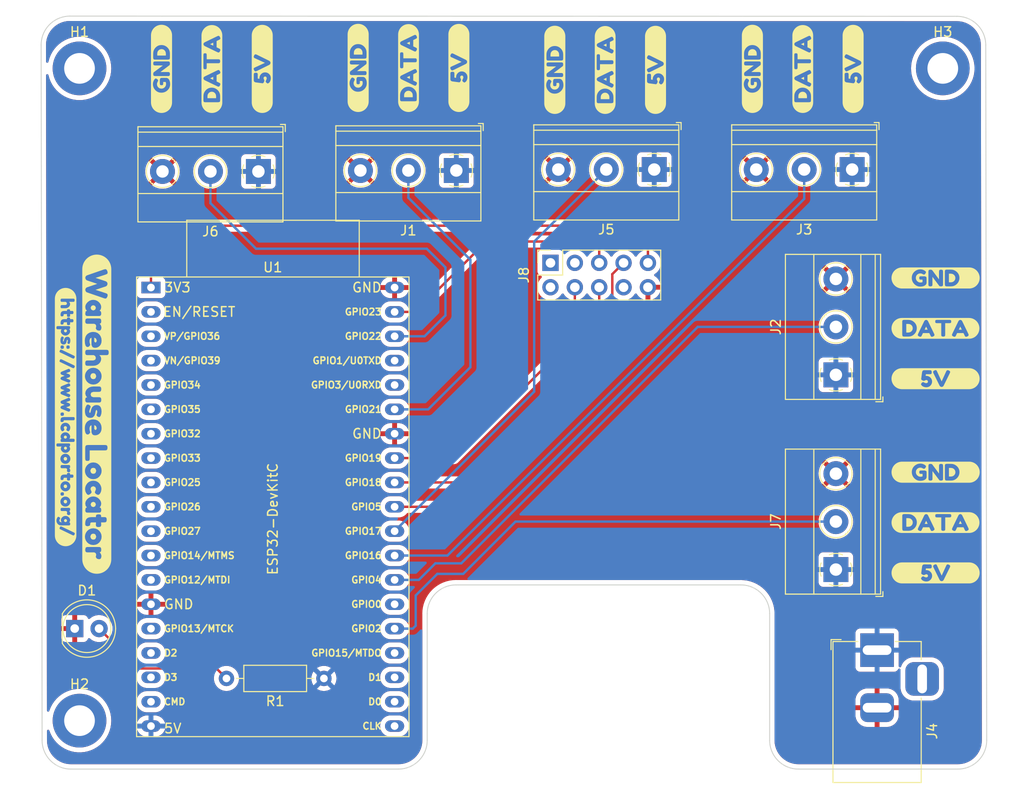
<source format=kicad_pcb>
(kicad_pcb (version 20211014) (generator pcbnew)
  (layers (0 "F.Cu" signal) (31 "B.Cu" signal) (34 "B.Paste" user) (35 "F.Paste" user) (36 "B.SilkS" user "B.Silkscreen") (37 "F.SilkS" user "F.Silkscreen") (38 "B.Mask" user) (39 "F.Mask" user) (44 "Edge.Cuts" user))
  (net 0 "")
  (net 1 "+5V")
  (net 2 "/LED0")
  (net 3 "GND")
  (net 4 "/LED2")
  (net 5 "/LED4")
  (net 6 "/LED1")
  (net 7 "/LED3")
  (net 8 "/LED5")
  (net 36 "/CIPO")
  (net 37 "/COPI")
  (net 38 "/SCLK")
  (net 39 "/ETH_CS")
  (net 40 "+3.3V")
  (net 41 "Net-(D1-Pad2)")
  (footprint "Espressif:ESP32-DevKitC" (layer "F.Cu") (at 119.5 64.09656)
    (fp_text reference "U1" (at 12.7 -2.1) (layer "F.SilkS"))
    (fp_text value "ESP32-DevKitC" (at 12.7 24.13 90) (layer "F.SilkS"))
    (fp_text user "GPIO19" (at 24.13 17.78 unlocked) (layer "F.SilkS") (effects (font (size 0.7 0.7)) (justify right)))
    (fp_text user "GPIO2" (at 24.13 35.56 unlocked) (layer "F.SilkS") (effects (font (size 0.7 0.7)) (justify right)))
    (fp_text user "GPIO17" (at 24.13 25.4 unlocked) (layer "F.SilkS") (effects (font (size 0.7 0.7)) (justify right)))
    (fp_text user "GPIO21" (at 24.13 12.7 unlocked) (layer "F.SilkS") (effects (font (size 0.7 0.7)) (justify right)))
    (fp_text user "GPIO25" (at 1.27 20.32 unlocked) (layer "F.SilkS") (effects (font (size 0.7 0.7)) (justify left)))
    (fp_text user "D1" (at 24.13 40.64 unlocked) (layer "F.SilkS") (effects (font (size 0.7 0.7)) (justify right)))
    (fp_text user "GPIO1/U0TXD" (at 24.13 7.62 unlocked) (layer "F.SilkS") (effects (font (size 0.7 0.7)) (justify right)))
    (fp_text user "GND" (at 24.13 15.24 unlocked) (layer "F.SilkS") (effects (justify right)))
    (fp_text user "VN/GPIO39" (at 1.27 7.62 unlocked) (layer "F.SilkS") (effects (font (size 0.7 0.7)) (justify left)))
    (fp_text user "GPIO3/U0RXD" (at 24.13 10.16 unlocked) (layer "F.SilkS") (effects (font (size 0.7 0.7)) (justify right)))
    (fp_text user "GND" (at 1.27 33.02 unlocked) (layer "F.SilkS") (effects (justify left)))
    (fp_text user "GND" (at 24.13 0 unlocked) (layer "F.SilkS") (effects (justify right)))
    (fp_text user "CLK" (at 24.13 45.72 unlocked) (layer "F.SilkS") (effects (font (size 0.7 0.7)) (justify right)))
    (fp_text user "GPIO34" (at 1.27 10.16 unlocked) (layer "F.SilkS") (effects (font (size 0.7 0.7)) (justify left)))
    (fp_text user "GPIO14/MTMS" (at 1.27 27.94 unlocked) (layer "F.SilkS") (effects (font (size 0.7 0.7)) (justify left)))
    (fp_text user "EN/RESET" (at 8.88632 2.53728 unlocked) (layer "F.SilkS") (effects (justify right)))
    (fp_text user "GPIO16" (at 24.13 27.94 unlocked) (layer "F.SilkS") (effects (font (size 0.7 0.7)) (justify right)))
    (fp_text user "GPIO15/MTDO" (at 24.13 38.1 unlocked) (layer "F.SilkS") (effects (font (size 0.7 0.7)) (justify right)))
    (fp_text user "GPIO0" (at 24.13 33.02 unlocked) (layer "F.SilkS") (effects (font (size 0.7 0.7)) (justify right)))
    (fp_text user "D0" (at 24.13 43.18 unlocked) (layer "F.SilkS") (effects (font (size 0.7 0.7)) (justify right)))
    (fp_text user "5V" (at 1.26632 45.97128 unlocked) (layer "F.SilkS") (effects (justify left)))
    (fp_text user "GPIO13/MTCK" (at 1.27 35.56 unlocked) (layer "F.SilkS") (effects (font (size 0.7 0.7)) (justify left)))
    (fp_text user "GPIO26" (at 1.27 22.86 unlocked) (layer "F.SilkS") (effects (font (size 0.7 0.7)) (justify left)))
    (fp_text user "GPIO35" (at 1.27 12.7 unlocked) (layer "F.SilkS") (effects (font (size 0.7 0.7)) (justify left)))
    (fp_text user "GPIO27" (at 1.27 25.4 unlocked) (layer "F.SilkS") (effects (font (size 0.7 0.7)) (justify left)))
    (fp_text user "GPIO12/MTDI" (at 1.27 30.48 unlocked) (layer "F.SilkS") (effects (font (size 0.7 0.7)) (justify left)))
    (fp_text user "GPIO32" (at 1.27 15.24 unlocked) (layer "F.SilkS") (effects (font (size 0.7 0.7)) (justify left)))
    (fp_text user "GPIO33" (at 1.27 17.78 unlocked) (layer "F.SilkS") (effects (font (size 0.7 0.7)) (justify left)))
    (fp_text user "GPIO22" (at 24.13 5.08 unlocked) (layer "F.SilkS") (effects (font (size 0.7 0.7)) (justify right)))
    (fp_text user "GPIO4" (at 24.13 30.48 unlocked) (layer "F.SilkS") (effects (font (size 0.7 0.7)) (justify right)))
    (fp_text user "D3" (at 1.27 40.64 unlocked) (layer "F.SilkS") (effects (font (size 0.7 0.7)) (justify left)))
    (fp_text user "GPIO5" (at 24.13 22.86 unlocked) (layer "F.SilkS") (effects (font (size 0.7 0.7)) (justify right)))
    (fp_text user "CMD" (at 1.27 43.18 unlocked) (layer "F.SilkS") (effects (font (size 0.7 0.7)) (justify left)))
    (fp_text user "3V3" (at 1.27 0 unlocked) (layer "F.SilkS") (effects (justify left)))
    (fp_text user "D2" (at 1.27 38.1 unlocked) (layer "F.SilkS") (effects (font (size 0.7 0.7)) (justify left)))
    (fp_text user "VP/GPIO36" (at 1.27 5.08 unlocked) (layer "F.SilkS") (effects (font (size 0.7 0.7)) (justify left)))
    (fp_text user "GPIO18" (at 24.13 20.32 unlocked) (layer "F.SilkS") (effects (font (size 0.7 0.7)) (justify right)))
    (fp_text user "GPIO23" (at 24.13 2.54 unlocked) (layer "F.SilkS") (effects (font (size 0.7 0.7)) (justify right)))
    (pad "1" thru_hole rect (at 0 0 270) (size 1.2 2) (drill 0.8) (layers *.Cu *.Mask) (net 40 "+3.3V"))
    (pad "2" thru_hole oval (at 0 2.54 270) (size 1.2 2) (drill 0.8) (layers *.Cu *.Mask))
    (pad "3" thru_hole oval (at 0 5.08 270) (size 1.2 2) (drill 0.8) (layers *.Cu *.Mask))
    (pad "4" thru_hole oval (at 0 7.62 270) (size 1.2 2) (drill 0.8) (layers *.Cu *.Mask))
    (pad "5" thru_hole oval (at 0 10.16 270) (size 1.2 2) (drill 0.8) (layers *.Cu *.Mask))
    (pad "6" thru_hole oval (at 0 12.7 270) (size 1.2 2) (drill 0.8) (layers *.Cu *.Mask))
    (pad "7" thru_hole oval (at 0 15.24 270) (size 1.2 2) (drill 0.8) (layers *.Cu *.Mask))
    (pad "8" thru_hole oval (at 0 17.78 270) (size 1.2 2) (drill 0.8) (layers *.Cu *.Mask))
    (pad "9" thru_hole oval (at 0 20.32 270) (size 1.2 2) (drill 0.8) (layers *.Cu *.Mask))
    (pad "10" thru_hole oval (at 0 22.86 270) (size 1.2 2) (drill 0.8) (layers *.Cu *.Mask))
    (pad "11" thru_hole oval (at 0 25.4 270) (size 1.2 2) (drill 0.8) (layers *.Cu *.Mask))
    (pad "12" thru_hole oval (at 0 27.94 270) (size 1.2 2) (drill 0.8) (layers *.Cu *.Mask))
    (pad "13" thru_hole oval (at 0 30.48 270) (size 1.2 2) (drill 0.8) (layers *.Cu *.Mask))
    (pad "14" thru_hole oval (at 0 33.02 270) (size 1.2 2) (drill 0.8) (layers *.Cu *.Mask) (net 3 "GND"))
    (pad "15" thru_hole oval (at 0 35.56 270) (size 1.2 2) (drill 0.8) (layers *.Cu *.Mask))
    (pad "16" thru_hole oval (at 0 38.1 270) (size 1.2 2) (drill 0.8) (layers *.Cu *.Mask))
    (pad "17" thru_hole oval (at 0 40.64 270) (size 1.2 2) (drill 0.8) (layers *.Cu *.Mask))
    (pad "18" thru_hole oval (at 0 43.18 270) (size 1.2 2) (drill 0.8) (layers *.Cu *.Mask))
    (pad "19" thru_hole oval (at 0 45.72 270) (size 1.2 2) (drill 0.8) (layers *.Cu *.Mask) (net 1 "+5V"))
    (pad "20" thru_hole oval (at 25.39632 45.71728 270) (size 1.2 2) (drill 0.8) (layers *.Cu *.Mask))
    (pad "21" thru_hole oval (at 25.39632 43.17728 270) (size 1.2 2) (drill 0.8) (layers *.Cu *.Mask))
    (pad "22" thru_hole oval (at 25.4 40.64 270) (size 1.2 2) (drill 0.8) (layers *.Cu *.Mask))
    (pad "23" thru_hole oval (at 25.4 38.1 270) (size 1.2 2) (drill 0.8) (layers *.Cu *.Mask))
    (pad "24" thru_hole oval (at 25.4 35.56 270) (size 1.2 2) (drill 0.8) (layers *.Cu *.Mask) (net 8 "/LED5"))
    (pad "25" thru_hole oval (at 25.4 33.02 270) (size 1.2 2) (drill 0.8) (layers *.Cu *.Mask))
    (pad "26" thru_hole oval (at 25.4 30.48 270) (size 1.2 2) (drill 0.8) (layers *.Cu *.Mask) (net 4 "/LED2"))
    (pad "27" thru_hole oval (at 25.4 27.94 270) (size 1.2 2) (drill 0.8) (layers *.Cu *.Mask) (net 5 "/LED4"))
    (pad "28" thru_hole oval (at 25.4 25.4 270) (size 1.2 2) (drill 0.8) (layers *.Cu *.Mask) (net 6 "/LED1"))
    (pad "29" thru_hole oval (at 25.4 22.86 270) (size 1.2 2) (drill 0.8) (layers *.Cu *.Mask) (net 39 "/ETH_CS"))
    (pad "30" thru_hole oval (at 25.4 20.32 270) (size 1.2 2) (drill 0.8) (layers *.Cu *.Mask) (net 38 "/SCLK"))
    (pad "31" thru_hole oval (at 25.4 17.78 270) (size 1.2 2) (drill 0.8) (layers *.Cu *.Mask) (net 36 "/CIPO"))
    (pad "32" thru_hole oval (at 25.4 15.24 270) (size 1.2 2) (drill 0.8) (layers *.Cu *.Mask) (net 3 "GND"))
    (pad "33" thru_hole oval (at 25.4 12.7 270) (size 1.2 2) (drill 0.8) (layers *.Cu *.Mask) (net 2 "/LED0"))
    (pad "34" thru_hole oval (at 25.4 10.16 270) (size 1.2 2) (drill 0.8) (layers *.Cu *.Mask))
    (pad "35" thru_hole oval (at 25.4 7.62 270) (size 1.2 2) (drill 0.8) (layers *.Cu *.Mask))
    (pad "36" thru_hole oval (at 25.4 5.08 270) (size 1.2 2) (drill 0.8) (layers *.Cu *.Mask) (net 7 "/LED3"))
    (pad "37" thru_hole oval (at 25.4 2.54 270) (size 1.2 2) (drill 0.8) (layers *.Cu *.Mask) (net 37 "/COPI"))
    (pad "38" thru_hole oval (at 25.4 0 270) (size 1.2 2) (drill 0.8) (layers *.Cu *.Mask) (net 3 "GND"))
  )
  (footprint "kibuzzard-63B4CA19" (layer "F.Cu") (at 120.6 41.3 90)
    (fp_text reference "kibuzzard-63B4CA19" hide)
    (fp_text value "G***" hide)
  )
  (footprint "kibuzzard-63B4CA0E" (layer "F.Cu") (at 151.6 41.203572 90)
    (fp_text reference "kibuzzard-63B4CA0E" hide)
    (fp_text value "G***" hide)
  )
  (footprint "MountingHole:MountingHole_3.2mm_M3_DIN965_Pad" (layer "F.Cu") (at 112.05 109.25)
    (fp_text reference "H2" (at 0 -3.8) (layer "F.SilkS"))
    (fp_text value "MountingHole")
    (pad "1" thru_hole circle (at 0 0) (size 5.6 5.6) (drill 3.2) (layers *.Cu *.Mask))
  )
  (footprint "TerminalBlock_Phoenix:TerminalBlock_Phoenix_MKDS-1,5-3_1x03_P5.00mm_Horizontal" (layer "F.Cu") (at 130.7 51.995 180)
    (fp_text reference "J6" (at 5 -6.26) (layer "F.SilkS"))
    (fp_text value "Screw_Terminal_01x03")
    (pad "1" thru_hole rect (at 0 0 180) (size 2.6 2.6) (drill 1.3) (layers *.Cu *.Mask) (net 1 "+5V"))
    (pad "2" thru_hole circle (at 5 0 180) (size 2.6 2.6) (drill 1.3) (layers *.Cu *.Mask) (net 7 "/LED3"))
    (pad "3" thru_hole circle (at 10 0 180) (size 2.6 2.6) (drill 1.3) (layers *.Cu *.Mask) (net 3 "GND"))
  )
  (footprint "TerminalBlock_Phoenix:TerminalBlock_Phoenix_MKDS-1,5-3_1x03_P5.00mm_Horizontal" (layer "F.Cu") (at 190.905 73.2 90)
    (fp_text reference "J2" (at 5 -6.26 90) (layer "F.SilkS"))
    (fp_text value "Screw_Terminal_01x03")
    (pad "1" thru_hole rect (at 0 0 90) (size 2.6 2.6) (drill 1.3) (layers *.Cu *.Mask) (net 1 "+5V"))
    (pad "2" thru_hole circle (at 5 0 90) (size 2.6 2.6) (drill 1.3) (layers *.Cu *.Mask) (net 4 "/LED2"))
    (pad "3" thru_hole circle (at 10 0 90) (size 2.6 2.6) (drill 1.3) (layers *.Cu *.Mask) (net 3 "GND"))
  )
  (footprint "MountingHole:MountingHole_3.2mm_M3_DIN965_Pad" (layer "F.Cu") (at 112.05 41.25)
    (fp_text reference "H1" (at 0 -3.8) (layer "F.SilkS"))
    (fp_text value "MountingHole")
    (pad "1" thru_hole circle (at 0 0) (size 5.6 5.6) (drill 3.2) (layers *.Cu *.Mask))
  )
  (footprint "Resistor_THT:R_Axial_DIN0207_L6.3mm_D2.5mm_P10.16mm_Horizontal" (layer "F.Cu") (at 137.53 104.85 180)
    (fp_text reference "R1" (at 5.08 -2.37) (layer "F.SilkS"))
    (fp_text value "220")
    (pad "1" thru_hole circle (at 0 0 180) (size 1.6 1.6) (drill 0.8) (layers *.Cu *.Mask) (net 1 "+5V"))
    (pad "2" thru_hole oval (at 10.16 0 180) (size 1.6 1.6) (drill 0.8) (layers *.Cu *.Mask) (net 41 "Net-(D1-Pad2)"))
  )
  (footprint "Connector_PinSocket_2.54mm:PinSocket_2x05_P2.54mm_Vertical" (layer "F.Cu") (at 161.15 61.526 90)
    (fp_text reference "J8" (at -1.27 -2.77 90) (layer "F.SilkS"))
    (fp_text value "Ethernet")
    (pad "1" thru_hole rect (at 0 0 90) (size 1.7 1.7) (drill 1) (layers *.Cu *.Mask))
    (pad "2" thru_hole oval (at -2.54 0 90) (size 1.7 1.7) (drill 1) (layers *.Cu *.Mask))
    (pad "3" thru_hole oval (at 0 2.54 90) (size 1.7 1.7) (drill 1) (layers *.Cu *.Mask))
    (pad "4" thru_hole oval (at -2.54 2.54 90) (size 1.7 1.7) (drill 1) (layers *.Cu *.Mask) (net 36 "/CIPO"))
    (pad "5" thru_hole oval (at 0 5.08 90) (size 1.7 1.7) (drill 1) (layers *.Cu *.Mask) (net 37 "/COPI"))
    (pad "6" thru_hole oval (at -2.54 5.08 90) (size 1.7 1.7) (drill 1) (layers *.Cu *.Mask) (net 38 "/SCLK"))
    (pad "7" thru_hole oval (at 0 7.62 90) (size 1.7 1.7) (drill 1) (layers *.Cu *.Mask) (net 39 "/ETH_CS"))
    (pad "8" thru_hole oval (at -2.54 7.62 90) (size 1.7 1.7) (drill 1) (layers *.Cu *.Mask))
    (pad "9" thru_hole oval (at 0 10.16 90) (size 1.7 1.7) (drill 1) (layers *.Cu *.Mask) (net 40 "+3.3V"))
    (pad "10" thru_hole oval (at -2.54 10.16 90) (size 1.7 1.7) (drill 1) (layers *.Cu *.Mask) (net 3 "GND"))
  )
  (footprint "kibuzzard-63B4CA0E" (layer "F.Cu") (at 201.3 93.848214)
    (fp_text reference "kibuzzard-63B4CA0E" hide)
    (fp_text value "G***" hide)
  )
  (footprint "kibuzzard-63B4CA0A" (layer "F.Cu") (at 201.289285 88.6)
    (fp_text reference "kibuzzard-63B4CA0A" hide)
    (fp_text value "G***" hide)
  )
  (footprint "TerminalBlock_Phoenix:TerminalBlock_Phoenix_MKDS-1,5-3_1x03_P5.00mm_Horizontal" (layer "F.Cu") (at 192.6 51.795 180)
    (fp_text reference "J3" (at 5 -6.26) (layer "F.SilkS"))
    (fp_text value "Screw_Terminal_01x03")
    (pad "1" thru_hole rect (at 0 0 180) (size 2.6 2.6) (drill 1.3) (layers *.Cu *.Mask) (net 1 "+5V"))
    (pad "2" thru_hole circle (at 5 0 180) (size 2.6 2.6) (drill 1.3) (layers *.Cu *.Mask) (net 5 "/LED4"))
    (pad "3" thru_hole circle (at 10 0 180) (size 2.6 2.6) (drill 1.3) (layers *.Cu *.Mask) (net 3 "GND"))
  )
  (footprint "kibuzzard-63B4CA19" (layer "F.Cu") (at 182.2 41.3 90)
    (fp_text reference "kibuzzard-63B4CA19" hide)
    (fp_text value "G***" hide)
  )
  (footprint "TerminalBlock_Phoenix:TerminalBlock_Phoenix_MKDS-1,5-3_1x03_P5.00mm_Horizontal" (layer "F.Cu") (at 190.905 93.5 90)
    (fp_text reference "J7" (at 5 -6.26 90) (layer "F.SilkS"))
    (fp_text value "Screw_Terminal_01x03")
    (pad "1" thru_hole rect (at 0 0 90) (size 2.6 2.6) (drill 1.3) (layers *.Cu *.Mask) (net 1 "+5V"))
    (pad "2" thru_hole circle (at 5 0 90) (size 2.6 2.6) (drill 1.3) (layers *.Cu *.Mask) (net 8 "/LED5"))
    (pad "3" thru_hole circle (at 10 0 90) (size 2.6 2.6) (drill 1.3) (layers *.Cu *.Mask) (net 3 "GND"))
  )
  (footprint "kibuzzard-63B4CA19" (layer "F.Cu") (at 141.1 41.2 90)
    (fp_text reference "kibuzzard-63B4CA19" hide)
    (fp_text value "G***" hide)
  )
  (footprint "kibuzzard-63B4CA0E" (layer "F.Cu") (at 192.7 41.303572 90)
    (fp_text reference "kibuzzard-63B4CA0E" hide)
    (fp_text value "G***" hide)
  )
  (footprint "kibuzzard-63B4CA0E" (layer "F.Cu") (at 201.296428 73.6)
    (fp_text reference "kibuzzard-63B4CA0E" hide)
    (fp_text value "G***" hide)
  )
  (footprint "LED_THT:LED_D5.0mm" (layer "F.Cu") (at 111.55 99.65)
    (fp_text reference "D1" (at 1.27 -3.96) (layer "F.SilkS"))
    (fp_text value "LED")
    (pad "1" thru_hole rect (at 0 0) (size 1.8 1.8) (drill 0.9) (layers *.Cu *.Mask) (net 3 "GND"))
    (pad "2" thru_hole circle (at 2.54 0) (size 1.8 1.8) (drill 0.9) (layers *.Cu *.Mask) (net 41 "Net-(D1-Pad2)"))
  )
  (footprint "kibuzzard-63B4CA0A" (layer "F.Cu") (at 125.851786 41.314287 90)
    (fp_text reference "kibuzzard-63B4CA0A" hide)
    (fp_text value "G***" hide)
  )
  (footprint "kibuzzard-63B4CA0E" (layer "F.Cu") (at 172.1 41.403572 90)
    (fp_text reference "kibuzzard-63B4CA0E" hide)
    (fp_text value "G***" hide)
  )
  (footprint "kibuzzard-63B4CA19" (layer "F.Cu") (at 201.303572 83.348214)
    (fp_text reference "kibuzzard-63B4CA19" hide)
    (fp_text value "G***" hide)
  )
  (footprint "TerminalBlock_Phoenix:TerminalBlock_Phoenix_MKDS-1,5-3_1x03_P5.00mm_Horizontal" (layer "F.Cu") (at 151.333334 51.895 180)
    (fp_text reference "J1" (at 5 -6.26) (layer "F.SilkS"))
    (fp_text value "Screw_Terminal_01x03")
    (pad "1" thru_hole rect (at 0 0 180) (size 2.6 2.6) (drill 1.3) (layers *.Cu *.Mask) (net 1 "+5V"))
    (pad "2" thru_hole circle (at 5 0 180) (size 2.6 2.6) (drill 1.3) (layers *.Cu *.Mask) (net 2 "/LED0"))
    (pad "3" thru_hole circle (at 10 0 180) (size 2.6 2.6) (drill 1.3) (layers *.Cu *.Mask) (net 3 "GND"))
  )
  (footprint "kibuzzard-63B4CA0A" (layer "F.Cu") (at 187.451786 41.314287 90)
    (fp_text reference "kibuzzard-63B4CA0A" hide)
    (fp_text value "G***" hide)
  )
  (footprint "MountingHole:MountingHole_3.2mm_M3_DIN965_Pad" (layer "F.Cu") (at 202.05 41.25)
    (fp_text reference "H3" (at 0 -3.8) (layer "F.SilkS"))
    (fp_text value "MountingHole")
    (pad "1" thru_hole circle (at 0 0) (size 5.6 5.6) (drill 3.2) (layers *.Cu *.Mask))
  )
  (footprint "kibuzzard-63B4CBD0" (layer "F.Cu") (at 113.85 77.3 -90)
    (fp_text reference "kibuzzard-63B4CBD0" hide)
    (fp_text value "G***" hide)
  )
  (footprint "kibuzzard-63B4CA0A" (layer "F.Cu") (at 201.285713 68.351786)
    (fp_text reference "kibuzzard-63B4CA0A" hide)
    (fp_text value "G***" hide)
  )
  (footprint "TerminalBlock_Phoenix:TerminalBlock_Phoenix_MKDS-1,5-3_1x03_P5.00mm_Horizontal" (layer "F.Cu") (at 171.966667 51.795 180)
    (fp_text reference "J5" (at 5 -6.26) (layer "F.SilkS"))
    (fp_text value "Screw_Terminal_01x03")
    (pad "1" thru_hole rect (at 0 0 180) (size 2.6 2.6) (drill 1.3) (layers *.Cu *.Mask) (net 1 "+5V"))
    (pad "2" thru_hole circle (at 5 0 180) (size 2.6 2.6) (drill 1.3) (layers *.Cu *.Mask) (net 6 "/LED1"))
    (pad "3" thru_hole circle (at 10 0 180) (size 2.6 2.6) (drill 1.3) (layers *.Cu *.Mask) (net 3 "GND"))
  )
  (footprint "kibuzzard-63B4CA19" (layer "F.Cu") (at 161.6 41.4 90)
    (fp_text reference "kibuzzard-63B4CA19" hide)
    (fp_text value "G***" hide)
  )
  (footprint "kibuzzard-63B4CA0E" (layer "F.Cu") (at 131.1 41.303572 90)
    (fp_text reference "kibuzzard-63B4CA0E" hide)
    (fp_text value "G***" hide)
  )
  (footprint "kibuzzard-63B4CA0A" (layer "F.Cu") (at 166.851786 41.414287 90)
    (fp_text reference "kibuzzard-63B4CA0A" hide)
    (fp_text value "G***" hide)
  )
  (footprint "kibuzzard-63B4CC08" (layer "F.Cu") (at 110.6 77.6 -90)
    (fp_text reference "kibuzzard-63B4CC08" hide)
    (fp_text value "G***" hide)
  )
  (footprint "kibuzzard-63B4CA19" (layer "F.Cu") (at 201.3 63.1)
    (fp_text reference "kibuzzard-63B4CA19" hide)
    (fp_text value "G***" hide)
  )
  (footprint "Connector_BarrelJack:BarrelJack_Horizontal" (layer "F.Cu") (at 195.2 101.9 90)
    (fp_text reference "J4" (at -8.45 5.75 90) (layer "F.SilkS"))
    (fp_text value "Barrel_Jack")
    (pad "1" thru_hole rect (at 0 0 90) (size 3.5 3.5) (drill oval 1 3) (layers *.Cu *.Mask) (net 1 "+5V"))
    (pad "2" thru_hole roundrect (at -6 0 90) (size 3 3.5) (drill oval 1 3) (layers *.Cu *.Mask) (net 3 "GND"))
    (pad "3" thru_hole roundrect (at -3 4.7 90) (size 3.5 3.5) (drill oval 3 1) (layers *.Cu *.Mask))
  )
  (footprint "kibuzzard-63B4CA0A" (layer "F.Cu") (at 146.351786 41.214287 90)
    (fp_text reference "kibuzzard-63B4CA0A" hide)
    (fp_text value "G***" hide)
  )
  (gr_line (start 108.05 38.8) (end 108.15 111.3) (layer "Edge.Cuts") (width 0.1))
  (gr_arc (start 203.52868 35.82132) (mid 205.65 36.7) (end 206.52868 38.82132) (layer "Edge.Cuts") (width 0.1))
  (gr_line (start 184 98.1) (end 184 111.3) (layer "Edge.Cuts") (width 0.1))
  (gr_line (start 206.62868 111.3) (end 206.52868 38.82132) (layer "Edge.Cuts") (width 0.1))
  (gr_line (start 187 114.3) (end 203.62868 114.3) (layer "Edge.Cuts") (width 0.1))
  (gr_line (start 203.52868 35.82132) (end 111.05 35.8) (layer "Edge.Cuts") (width 0.1))
  (gr_arc (start 181 95.1) (mid 183.12132 95.97868) (end 184 98.1) (layer "Edge.Cuts") (width 0.1))
  (gr_arc (start 148.3 111.3) (mid 147.42132 113.42132) (end 145.3 114.3) (layer "Edge.Cuts") (width 0.1))
  (gr_arc (start 148.3 98.1) (mid 149.17868 95.97868) (end 151.3 95.1) (layer "Edge.Cuts") (width 0.1))
  (gr_arc (start 206.62868 111.3) (mid 205.75 113.42132) (end 203.62868 114.3) (layer "Edge.Cuts") (width 0.1))
  (gr_line (start 148.3 98.1) (end 148.3 111.3) (layer "Edge.Cuts") (width 0.1))
  (gr_arc (start 108.05 38.8) (mid 108.92868 36.67868) (end 111.05 35.8) (layer "Edge.Cuts") (width 0.1))
  (gr_arc (start 111.15 114.3) (mid 109.02868 113.42132) (end 108.15 111.3) (layer "Edge.Cuts") (width 0.1))
  (gr_arc (start 187 114.3) (mid 184.87868 113.42132) (end 184 111.3) (layer "Edge.Cuts") (width 0.1))
  (gr_line (start 111.15 114.3) (end 145.3 114.3) (layer "Edge.Cuts") (width 0.1))
  (gr_line (start 181 95.1) (end 151.3 95.1) (layer "Edge.Cuts") (width 0.1))
  (segment (start 148.40344 76.79656) (end 144.9 76.79656) (width 0.25) (layer "B.Cu") (net 2))
  (segment (start 146.333334 51.895) (end 146.333334 54.733334) (width 0.25) (layer "B.Cu") (net 2))
  (segment (start 152.8 61.2) (end 152.8 72.4) (width 0.25) (layer "B.Cu") (net 2))
  (segment (start 146.333334 54.733334) (end 152.8 61.2) (width 0.25) (layer "B.Cu") (net 2))
  (segment (start 152.8 72.4) (end 148.40344 76.79656) (width 0.25) (layer "B.Cu") (net 2))
  (segment (start 147.42344 94.57656) (end 144.9 94.57656) (width 0.25) (layer "B.Cu") (net 4))
  (segment (start 190.905 68.2) (end 176.5 68.2) (width 0.25) (layer "B.Cu") (net 4))
  (segment (start 151.85 92.85) (end 149.15 92.85) (width 0.25) (layer "B.Cu") (net 4))
  (segment (start 176.5 68.2) (end 151.85 92.85) (width 0.25) (layer "B.Cu") (net 4))
  (segment (start 149.15 92.85) (end 147.42344 94.57656) (width 0.25) (layer "B.Cu") (net 4))
  (segment (start 150.41344 92.03656) (end 144.9 92.03656) (width 0.25) (layer "B.Cu") (net 5))
  (segment (start 187.6 54.85) (end 150.41344 92.03656) (width 0.25) (layer "B.Cu") (net 5))
  (segment (start 187.6 51.795) (end 187.6 54.85) (width 0.25) (layer "B.Cu") (net 5))
  (segment (start 159.45 74.94656) (end 144.9 89.49656) (width 0.25) (layer "B.Cu") (net 6))
  (segment (start 166.966667 51.795) (end 159.45 59.311667) (width 0.25) (layer "B.Cu") (net 6))
  (segment (start 159.45 59.311667) (end 159.45 74.94656) (width 0.25) (layer "B.Cu") (net 6))
  (segment (start 130.45 60.05) (end 148.25 60.05) (width 0.25) (layer "B.Cu") (net 7))
  (segment (start 150.2 67) (end 148.02344 69.17656) (width 0.25) (layer "B.Cu") (net 7))
  (segment (start 148.02344 69.17656) (end 144.9 69.17656) (width 0.25) (layer "B.Cu") (net 7))
  (segment (start 125.7 55.3) (end 130.45 60.05) (width 0.25) (layer "B.Cu") (net 7))
  (segment (start 125.7 51.995) (end 125.7 55.3) (width 0.25) (layer "B.Cu") (net 7))
  (segment (start 150.2 62) (end 150.2 67) (width 0.25) (layer "B.Cu") (net 7))
  (segment (start 148.25 60.05) (end 150.2 62) (width 0.25) (layer "B.Cu") (net 7))
  (segment (start 149.35 93.95) (end 147.1 96.2) (width 0.25) (layer "B.Cu") (net 8))
  (segment (start 147.1 96.2) (end 147.1 99.35) (width 0.25) (layer "B.Cu") (net 8))
  (segment (start 190.905 88.5) (end 157.5 88.5) (width 0.25) (layer "B.Cu") (net 8))
  (segment (start 157.5 88.5) (end 152.05 93.95) (width 0.25) (layer "B.Cu") (net 8))
  (segment (start 146.79344 99.65656) (end 144.9 99.65656) (width 0.25) (layer "B.Cu") (net 8))
  (segment (start 152.05 93.95) (end 149.35 93.95) (width 0.25) (layer "B.Cu") (net 8))
  (segment (start 147.1 99.35) (end 146.79344 99.65656) (width 0.25) (layer "B.Cu") (net 8))
  (segment (start 163.69 69.26) (end 151.07344 81.87656) (width 0.25) (layer "F.Cu") (net 36))
  (segment (start 163.69 64.066) (end 163.69 69.26) (width 0.25) (layer "F.Cu") (net 36))
  (segment (start 151.07344 81.87656) (end 144.9 81.87656) (width 0.25) (layer "F.Cu") (net 36))
  (segment (start 147.11344 66.63656) (end 144.9 66.63656) (width 0.25) (layer "F.Cu") (net 37))
  (segment (start 166.23 61.526) (end 166.23 59.93) (width 0.25) (layer "F.Cu") (net 37))
  (segment (start 166.23 59.93) (end 165.6 59.3) (width 0.25) (layer "F.Cu") (net 37))
  (segment (start 154.45 59.3) (end 147.11344 66.63656) (width 0.25) (layer "F.Cu") (net 37))
  (segment (start 165.6 59.3) (end 154.45 59.3) (width 0.25) (layer "F.Cu") (net 37))
  (segment (start 151.83344 84.41656) (end 144.9 84.41656) (width 0.25) (layer "F.Cu") (net 38))
  (segment (start 166.23 70.02) (end 151.83344 84.41656) (width 0.25) (layer "F.Cu") (net 38))
  (segment (start 166.23 64.066) (end 166.23 70.02) (width 0.25) (layer "F.Cu") (net 38))
  (segment (start 167.595 62.701) (end 167.595 70.505) (width 0.25) (layer "F.Cu") (net 39))
  (segment (start 168.77 61.526) (end 167.595 62.701) (width 0.25) (layer "F.Cu") (net 39))
  (segment (start 151.14344 86.95656) (end 144.9 86.95656) (width 0.25) (layer "F.Cu") (net 39))
  (segment (start 167.595 70.505) (end 151.14344 86.95656) (width 0.25) (layer "F.Cu") (net 39))
  (segment (start 122.8 57.65) (end 119.5 60.95) (width 0.25) (layer "F.Cu") (net 40))
  (segment (start 171.31 59.51) (end 169.45 57.65) (width 0.25) (layer "F.Cu") (net 40))
  (segment (start 171.31 61.526) (end 171.31 59.51) (width 0.25) (layer "F.Cu") (net 40))
  (segment (start 119.5 60.95) (end 119.5 64.09656) (width 0.25) (layer "F.Cu") (net 40))
  (segment (start 169.45 57.65) (end 122.8 57.65) (width 0.25) (layer "F.Cu") (net 40))
  (segment (start 118.25156 103.81156) (end 114.09 99.65) (width 0.25) (layer "F.Cu") (net 41))
  (segment (start 127.37 104.85) (end 126.33156 103.81156) (width 0.25) (layer "F.Cu") (net 41))
  (segment (start 126.33156 103.81156) (end 118.25156 103.81156) (width 0.25) (layer "F.Cu") (net 41))
  (zone (net 3) (net_name "GND") (layer "F.Cu") (connect_pads (clearance 0.508)) (min_thickness 0.254) (fill yes (thermal_gap 0.508) (thermal_bridge_width 0.508))
    (polygon (pts (xy 209.64 117.1) (xy 103.76 117.1) (xy 103.76 34.12) (xy 209.64 34.12)))
  )
  (zone (net 1) (net_name "+5V") (layer "B.Cu") (connect_pads (clearance 0.508)) (min_thickness 0.254) (fill yes (thermal_gap 0.508) (thermal_bridge_width 0.508))
    (polygon (pts (xy 210.54 118.8) (xy 104.26 118.8) (xy 104.26 34.12) (xy 210.54 34.12)))
  )
)
</source>
